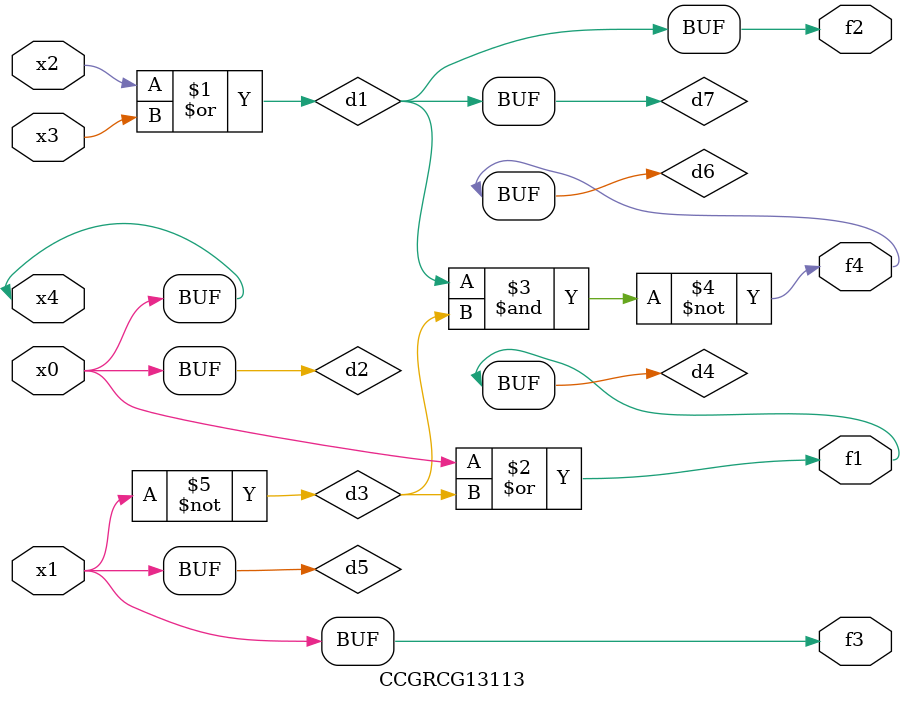
<source format=v>
module CCGRCG13113(
	input x0, x1, x2, x3, x4,
	output f1, f2, f3, f4
);

	wire d1, d2, d3, d4, d5, d6, d7;

	or (d1, x2, x3);
	buf (d2, x0, x4);
	not (d3, x1);
	or (d4, d2, d3);
	not (d5, d3);
	nand (d6, d1, d3);
	or (d7, d1);
	assign f1 = d4;
	assign f2 = d7;
	assign f3 = d5;
	assign f4 = d6;
endmodule

</source>
